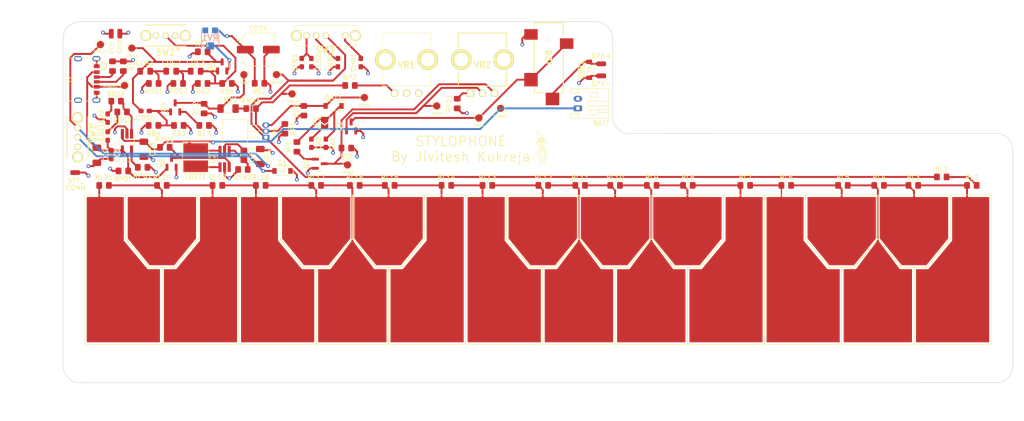
<source format=kicad_pcb>
(kicad_pcb (version 20211014) (generator pcbnew)
  (layers (0 "F.Cu" signal) (1 "In1.Cu" power "GND") (2 "In2.Cu" power "PWR") (31 "B.Cu" signal) (34 "B.Paste" user) (35 "F.Paste" user) (36 "B.SilkS" user "B.Silkscreen") (37 "F.SilkS" user "F.Silkscreen") (38 "B.Mask" user) (39 "F.Mask" user) (44 "Edge.Cuts" user))
  (net 0 "")
  (net 1 "GND")
  (net 2 "+5V")
  (net 3 "VDD")
  (net 4 "Net-(CA1-Pad1)")
  (net 5 "Net-(CA2-Pad1)")
  (net 6 "Net-(J6-Pad1)")
  (net 7 "Net-(J7-Pad1)")
  (net 8 "Net-(J8-Pad1)")
  (net 9 "Net-(J10-Pad1)")
  (net 10 "Net-(J11-Pad1)")
  (net 11 "Net-(J12-Pad1)")
  (net 12 "Net-(J13-Pad1)")
  (net 13 "Net-(J14-Pad1)")
  (net 14 "Net-(J15-Pad1)")
  (net 15 "Net-(J16-Pad1)")
  (net 16 "Net-(J17-Pad1)")
  (net 17 "Net-(J18-Pad1)")
  (net 18 "Net-(J20-Pad1)")
  (net 19 "Net-(J21-Pad1)")
  (net 20 "Net-(J23-Pad1)")
  (net 21 "Net-(J24-Pad1)")
  (net 22 "Net-(CHB1-Pad1)")
  (net 23 "RESISTOR_MODULE")
  (net 24 "Net-(J5-Pad1)")
  (net 25 "Net-(J9-Pad1)")
  (net 26 "Net-(CLB1-Pad2)")
  (net 27 "Net-(CMB1-Pad1)")
  (net 28 "Net-(J19-Pad1)")
  (net 29 "Net-(J22-Pad1)")
  (net 30 "Net-(CMX1-Pad1)")
  (net 31 "Net-(CMX1-Pad2)")
  (net 32 "Net-(COS1-Pad1)")
  (net 37 "Net-(COS1-Pad2)")
  (net 38 "Net-(COS2-Pad2)")
  (net 39 "Net-(COS3-Pad2)")
  (net 40 "Net-(COS4-Pad1)")
  (net 41 "Net-(COS5-Pad2)")
  (net 42 "Net-(CC3-Pad1)")
  (net 43 "Net-(DFB1-Pad1)")
  (net 44 "Net-(J1-PadA5)")
  (net 45 "Net-(J1-PadB5)")
  (net 46 "Net-(Q2-Pad1)")
  (net 47 "Net-(Q2-Pad3)")
  (net 48 "Net-(Q3-Pad1)")
  (net 49 "Net-(Q4-Pad2)")
  (net 50 "Net-(Q5-Pad2)")
  (net 51 "Net-(RFD1-Pad2)")
  (net 52 "Net-(RL1-Pad2)")
  (net 53 "VIB_SIG")
  (net 54 "Net-(RP2-Pad2)")
  (net 55 "Net-(CC4-Pad1)")
  (net 60 "Net-(DAT1-Pad2)")
  (net 61 "Net-(D1-Pad2)")
  (net 62 "Net-(LBST1-Pad2)")
  (net 63 "Net-(Q6-Pad3)")
  (net 64 "Net-(RBS1-Pad2)")
  (net 65 "Net-(RFB1-Pad2)")
  (net 66 "Net-(RPG1-Pad1)")
  (net 67 "Net-(LED1-Pad1)")
  (net 68 "Net-(LED2-Pad2)")
  (net 69 "Net-(J28-Pad2)")
  (footprint "Connector_Wire:SolderWirePad_1x01_SMD_1x2mm" (layer "F.Cu") (at 134.124874 94.25 90)
    (fp_text reference "J25" hide)
    (fp_text value "Conn_01x01_Female")
  )
  (footprint "Stylophone_Lib:Note-Sharp" (layer "F.Cu") (at 75 129)
    (fp_text reference "J9" hide)
    (fp_text value "Conn_01x01_Female")
  )
  (footprint "Stylophone_Lib:Note-Right" (layer "F.Cu") (at 98 137)
    (fp_text reference "J12" hide)
    (fp_text value "Conn_01x01_Female")
  )
  (footprint "Resistor_SMD:R_0805_2012Metric_Pad1.20x1.40mm_HandSolder" (layer "F.Cu") (at 68.5 107.75 90)
    (fp_text reference "RP1")
    (fp_text value "2.2k")
  )
  (footprint "OS102011MA1QN1:OS102011MA1QN1" (layer "F.Cu") (at 43.75 88.39636 180)
    (fp_text reference "SW2")
    (fp_text value "SW_SPDT" hide)
  )
  (footprint "TestPoint:TestPoint_Pad_D1.5mm" (layer "F.Cu") (at 60 96.5 180)
    (fp_text reference "TPOS2")
    (fp_text value "TestPoint")
  )
  (footprint "Resistor_SMD:R_0805_2012Metric_Pad1.20x1.40mm_HandSolder" (layer "F.Cu") (at 211 119.5 180)
    (fp_text reference "RL2")
    (fp_text value "2.2k")
  )
  (footprint "Resistor_SMD:R_0805_2012Metric_Pad1.20x1.40mm_HandSolder" (layer "F.Cu") (at 198.845 119.5 180)
    (fp_text reference "RL3")
    (fp_text value "2.2k")
  )
  (footprint "Resistor_SMD:R_0805_2012Metric_Pad1.20x1.40mm_HandSolder" (layer "F.Cu") (at 204.75 117.75)
    (fp_text reference "RL1")
    (fp_text value "39k")
  )
  (footprint "Capacitor_SMD:C_1206_3216Metric_Pad1.33x1.80mm_HandSolder" (layer "F.Cu") (at 56.72 103.55)
    (fp_text reference "CMX1")
    (fp_text value "10u")
  )
  (footprint "Resistor_SMD:R_0805_2012Metric_Pad1.20x1.40mm_HandSolder" (layer "F.Cu") (at 63.5 119.5)
    (fp_text reference "RL18")
    (fp_text value "5.6k")
  )
  (footprint "Package_TO_SOT_SMD:SOT-23" (layer "F.Cu") (at 55.5 94.8 90)
    (fp_text reference "Q4")
    (fp_text value "MMBT3904L")
  )
  (footprint "Resistor_SMD:R_0805_2012Metric_Pad1.20x1.40mm_HandSolder" (layer "F.Cu") (at 137 119.5 180)
    (fp_text reference "RL10")
    (fp_text value "3.9k")
  )
  (footprint "LED_SMD:LED_0603_1608Metric_Pad1.05x0.95mm_HandSolder" (layer "F.Cu") (at 31.75 105.54 90)
    (fp_text reference "LED2")
    (fp_text value "Green")
  )
  (footprint "Stylophone_Lib:Note-Right" (layer "F.Cu") (at 160 137)
    (fp_text reference "J20" hide)
    (fp_text value "Conn_01x01_Female")
  )
  (footprint "Connector_Wire:SolderWirePad_1x01_SMD_1x2mm" (layer "F.Cu") (at 34.27 88 180)
    (fp_text reference "J3" hide)
    (fp_text value "Conn_01x01_Female")
  )
  (footprint "Package_TO_SOT_SMD:SOT-23" (layer "F.Cu") (at 82.25 107.25 90)
    (fp_text reference "Q3")
    (fp_text value "TP0610T")
  )
  (footprint "MountingHole:MountingHole_2.7mm_M2.5" (layer "F.Cu") (at 216 156.98)
    (fp_text reference "H3" hide)
    (fp_text value "MountingHole")
  )
  (footprint "Resistor_SMD:R_0805_2012Metric_Pad1.20x1.40mm_HandSolder" (layer "F.Cu") (at 122.095 119.5)
    (fp_text reference "RL12")
    (fp_text value "3.9k")
  )
  (footprint "Resistor_SMD:R_0805_2012Metric_Pad1.20x1.40mm_HandSolder" (layer "F.Cu") (at 184.25 119.5 180)
    (fp_text reference "RL5")
    (fp_text value "2.7k")
  )
  (footprint "Resistor_SMD:R_0805_2012Metric_Pad1.20x1.40mm_HandSolder" (layer "F.Cu") (at 39 115.75)
    (fp_text reference "RPG1")
    (fp_text value "2.2k")
  )
  (footprint "Package_TO_SOT_SMD:SOT-23" (layer "F.Cu") (at 45.75 103.3 90)
    (fp_text reference "Q5")
    (fp_text value "MMBT3904L")
  )
  (footprint "Resistor_SMD:R_0805_2012Metric_Pad1.20x1.40mm_HandSolder" (layer "F.Cu") (at 102 119.5)
    (fp_text reference "RL14")
    (fp_text value "4.7k")
  )
  (footprint "Resistor_SMD:R_0805_2012Metric_Pad1.20x1.40mm_HandSolder" (layer "F.Cu") (at 35 116.5 180)
    (fp_text reference "RPD1")
    (fp_text value "10k")
  )
  (footprint "TestPoint:TestPoint_Pad_D1.5mm" (layer "F.Cu") (at 66.75 96.5 180)
    (fp_text reference "TPCAP1")
    (fp_text value "TestPoint")
  )
  (footprint "TestPoint:TestPoint_Pad_D1.5mm" (layer "F.Cu") (at 100 103 180)
    (fp_text reference "TPVO3")
    (fp_text value "TestPoint")
  )
  (footprint "SJ2-3593B-SMT-TR:SJ23593BSMTTR" (layer "F.Cu") (at 123.25 93 -90)
    (fp_text reference "J28")
    (fp_text value "AudioJack2_Ground_SwitchT" hide)
  )
  (footprint "Stylophone_Lib:Note-Sharp" (layer "F.Cu") (at 152 129)
    (fp_text reference "J21" hide)
    (fp_text value "Conn_01x01_Female")
  )
  (footprint "Stylophone_Lib:Note-Sharp" (layer "F.Cu") (at 43 129)
    (fp_text reference "J6" hide)
    (fp_text value "Conn_01x01_Female")
  )
  (footprint "Capacitor_SMD:C_0603_1608Metric_Pad1.08x0.95mm_HandSolder" (layer "F.Cu") (at 77 110.75 -90)
    (fp_text reference "CA1")
    (fp_text value "10n")
  )
  (footprint "Stylophone_Lib:Note-Right" (layer "F.Cu") (at 51 137)
    (fp_text reference "J7" hide)
    (fp_text value "Conn_01x01_Female")
  )
  (footprint "Resistor_SMD:R_0805_2012Metric_Pad1.20x1.40mm_HandSolder" (layer "F.Cu") (at 191.75 119.5 180)
    (fp_text reference "RL4")
    (fp_text value "2.7k")
  )
  (footprint "Resistor_SMD:R_0805_2012Metric_Pad1.20x1.40mm_HandSolder" (layer "F.Cu") (at 72.4375 104 90)
    (fp_text reference "RD1")
    (fp_text value "47")
  )
  (footprint "MountingHole:MountingHole_2.7mm_M2.5" (layer "F.Cu") (at 26 157)
    (fp_text reference "H2" hide)
    (fp_text value "MountingHole")
  )
  (footprint "Resistor_SMD:R_0805_2012Metric_Pad1.20x1.40mm_HandSolder" (layer "F.Cu") (at 51.75 107.05)
    (fp_text reference "RE3")
    (fp_text value "5.6k")
  )
  (footprint "Package_TO_SOT_SMD:SOT-23" (layer "F.Cu") (at 75.75 115)
    (fp_text reference "Q2")
    (fp_text value "MMBT3904L")
  )
  (footprint "Connector_Wire:SolderWirePad_1x01_SMD_1x2mm" (layer "F.Cu") (at 134.124874 96.75 90)
    (fp_text reference "J26" hide)
    (fp_text value "Conn_01x01_Female")
  )
  (footprint "Resistor_SMD:R_0805_2012Metric_Pad1.20x1.40mm_HandSolder" (layer "F.Cu") (at 41.25 107.05 180)
    (fp_text reference "RB4")
    (fp_text value "390k")
  )
  (footprint "Stylophone_Lib:Note-Center" (layer "F.Cu") (at 191.5 136.99)
    (fp_text reference "J17" hide)
    (fp_text value "Conn_01x01_Female")
  )
  (footprint "Resistor_SMD:R_0805_2012Metric_Pad1.20x1.40mm_HandSolder" (layer "F.Cu") (at 46.5 107.05 180)
    (fp_text reference "RB3")
    (fp_text value "820k")
  )
  (footprint "Capacitor_SMD:C_0603_1608Metric_Pad1.08x0.95mm_HandSolder" (layer "F.Cu") (at 74 110.75 -90)
    (fp_text reference "CA2")
    (fp_text value "10n")
  )
  (footprint "Capacitor_SMD:C_1206_3216Metric_Pad1.33x1.80mm_HandSolder" (layer "F.Cu") (at 63.4 113.5 90)
    (fp_text reference "CC4")
    (fp_text value "10u")
  )
  (footprint "Resistor_SMD:R_0805_2012Metric_Pad1.20x1.40mm_HandSolder" (layer "F.Cu") (at 41.3 98.33 180)
    (fp_text reference "ROS1")
    (fp_text value "12k")
  )
  (footprint "PTV09A-4025F-B102:PTV09A4025FB102" (layer "F.Cu") (at 91.25 100.375)
    (fp_text reference "VR1")
    (fp_text value "PTV09A-4025F-B102" hide)
  )
  (footprint "Capacitor_SMD:C_1206_3216Metric_Pad1.33x1.80mm_HandSolder" (layer "F.Cu") (at 39.25 112 -90)
    (fp_text reference "CC3")
    (fp_text value "10u")
  )
  (footprint "Diode_SMD:D_SOD-123" (layer "F.Cu") (at 78.6 103 180)
    (fp_text reference "DAT1")
    (fp_text value "D_Schottky")
  )
  (footprint "Capacitor_SMD:C_0603_1608Metric_Pad1.08x0.95mm_HandSolder" (layer "F.Cu") (at 79.5 94 -90)
    (fp_text reference "CMB1")
    (fp_text value "100n")
  )
  (footprint "Stylophone_Lib:Note-Center" (layer "F.Cu") (at 129.5 137)
    (fp_text reference "J24" hide)
    (fp_text value "Conn_01x01_Female")
  )
  (footprint "Stylophone_Lib:Note-Center" (layer "F.Cu") (at 144.5 137)
    (fp_text reference "J22" hide)
    (fp_text value "Conn_01x01_Female")
  )
  (footprint "Resistor_SMD:R_0805_2012Metric_Pad1.20x1.40mm_HandSolder" (layer "F.Cu") (at 172.5 119.5 180)
    (fp_text reference "RL6")
    (fp_text value "3.3k")
  )
  (footprint "Resistor_SMD:R_0805_2012Metric_Pad1.20x1.40mm_HandSolder" (layer "F.Cu") (at 35 94.75 90)
    (fp_text reference "R1")
    (fp_text value "5.1k")
  )
  (footprint "Resistor_SMD:R_0805_2012Metric_Pad1.20x1.40mm_HandSolder" (layer "F.Cu") (at 152.095 119.5 180)
    (fp_text reference "RL8")
    (fp_text value "3.3k")
  )
  (footprint "Stylophone_Lib:Note-Sharp" (layer "F.Cu") (at 199 129)
    (fp_text reference "J16" hide)
    (fp_text value "Conn_01x01_Female")
  )
  (footprint "Capacitor_SMD:C_0805_2012Metric_Pad1.18x1.45mm_HandSolder" (layer "F.Cu") (at 39.528193 95.799856)
    (fp_text reference "COS1")
    (fp_text value "0.47u")
  )
  (footprint "Package_TO_SOT_SMD:TSOT-23-5_HandSoldering" (layer "F.Cu") (at 35.75 110.5 -90)
    (fp_text reference "U1")
    (fp_text value "MCP73831T-4ADI_OT")
  )
  (footprint "MountingHole:MountingHole_2.7mm_M2.5" (layer "F.Cu") (at 216 112.22)
    (fp_text reference "H4" hide)
    (fp_text value "MountingHole")
  )
  (footprint "TestPoint:TestPoint_Pad_D1.5mm" (layer "F.Cu") (at 85 101.25 180)
    (fp_text reference "TPVO1")
    (fp_text value "TestPoint")
  )
  (footprint "Capacitor_SMD:C_0603_1608Metric_Pad1.08x0.95mm_HandSolder" (layer "F.Cu") (at 32.5 113.1125 -90)
    (fp_text reference "CC1")
    (fp_text value "100n")
  )
  (footprint "Stylophone_Lib:Note-Center" (layer "F.Cu") (at 82.5 137)
    (fp_text reference "J10" hide)
    (fp_text value "Conn_01x01_Female")
  )
  (footprint "TestPoint:TestPoint_Pad_D1.5mm" (layer "F.Cu") (at 81.5 115.25 180)
    (fp_text reference "TPVO2")
    (fp_text value "TestPoint")
  )
  (footprint "Capacitor_SMD:C_0603_1608Metric_Pad1.08x0.95mm_HandSolder" (layer "F.Cu") (at 39.528193 104.05)
    (fp_text reference "COS5")
    (fp_text value "100n")
  )
  (footprint "Resistor_SMD:R_0805_2012Metric_Pad1.20x1.40mm_HandSolder" (layer "F.Cu") (at 90.25 119.5)
    (fp_text reference "RL15")
    (fp_text value "4.7k")
  )
  (footprint "Stylophone_Lib:Note-Left" (layer "F.Cu") (at 176 137)
    (fp_text reference "J19" hide)
    (fp_text value "Conn_01x01_Female")
  )
  (footprint "Package_TO_SOT_SMD:SOT-23" (layer "F.Cu") (at 45 114.8 90)
    (fp_text reference "Q6")
    (fp_text value "2N7002")
  )
  (footprint "Resistor_SMD:R_0805_2012Metric_Pad1.20x1.40mm_HandSolder" (layer "F.Cu") (at 33.5 102)
    (fp_text reference "RBS1")
    (fp_text value "220")
  )
  (footprint "Stylophone_Lib:Note-Sharp" (layer "F.Cu") (at 122 129)
    (fp_text reference "J14" hide)
    (fp_text value "Conn_01x01_Female")
  )
  (footprint "MountingHole:MountingHole_2.7mm_M2.5" (layer "F.Cu") (at 132.974874 89)
    (fp_text reference "H6" hide)
    (fp_text value "MountingHole")
  )
  (footprint "OS102011MA1QN1:OS102011MA1QN1" (layer "F.Cu") (at 25.5 109.5 -90)
    (fp_text reference "SW1")
    (fp_text value "SW_SPDT" hide)
  )
  (footprint "Resistor_SMD:R_0805_2012Metric_Pad1.20x1.40mm_HandSolder" (layer "F.Cu") (at 61.5 103.55)
    (fp_text reference "RMX1")
    (fp_text value "2.2k")
  )
  (footprint "PTV09A-4025F-A103:PTV09A4025FA103" (layer "F.Cu") (at 107 100.375)
    (fp_text reference "VR2")
    (fp_text value "PTV09A-4025F-A103" hide)
  )
  (footprint "TestPoint:TestPoint_Pad_D1.5mm" (layer "F.Cu") (at 35.25 98.75 180)
    (fp_text reference "TPVBUS1")
    (fp_text value "TestPoint")
  )
  (footprint "Resistor_SMD:R_0805_2012Metric_Pad1.20x1.40mm_HandSolder" (layer "F.Cu") (at 75 119.5)
    (fp_text reference "RL17")
    (fp_text value "5.6k")
  )
  (footprint "Package_TO_SOT_THT:TO-92_Inline_Horizontal2" (layer "F.Cu") (at 64.57 109.52 90)
    (fp_text reference "Q1")
    (fp_text value "2N6027")
  )
  (footprint "Resistor_SMD:R_0805_2012Metric_Pad1.20x1.40mm_HandSolder" (layer "F.Cu") (at 54.5 119.5)
    (fp_text reference "RL19")
    (fp_text value "6.8k")
  )
  (footprint "TestPoint:TestPoint_Pad_D1.5mm" (layer "F.Cu") (at 36.75 91 180)
    (fp_text reference "TPOS1")
    (fp_text value "TestPoint")
  )
  (footprint "Stylophone_Lib:Note-Right" (layer "F.Cu") (at 207 137)
    (fp_text reference "J15" hide)
    (fp_text value "Conn_01x01_Female")
  )
  (footprint "74408053004:74408053004_5030" (layer "F.Cu") (at 50 113.75)
    (fp_text reference "LBST1")
    (fp_text value "4.7u")
  )
  (footprint "Resistor_SMD:R_0805_2012Metric_Pad1.20x1.40mm_HandSolder" (layer "F.Cu") (at 34.75 104.25)
    (fp_text reference "RBS2")
    (fp_text value "220")
  )
  (footprint "Resistor_SMD:R_0805_2012Metric_Pad1.20x1.40mm_HandSolder" (layer "F.Cu") (at 46.38 98.33 180)
    (fp_text reference "ROS2")
    (fp_text value "12k")
  )
  (footprint "Capacitor_SMD:CP_Elec_6.3x7.7" (layer "F.Cu") (at 63 91.3)
    (fp_text reference "COS4")
    (fp_text value "220u")
  )
  (footprint "Resistor_SMD:R_0805_2012Metric_Pad1.20x1.40mm_HandSolder" (layer "F.Cu") (at 59.8 116.2 180)
    (fp_text reference "RFB2")
    (fp_text value "100k")
  )
  (footprint "OS103011MA7QP1:OS103011MA7QP1" (layer "F.Cu") (at 81 88.39636 180)
    (fp_text reference "SW3")
    (fp_text value "SW_SP3T" hide)
  )
  (footprint "Capacitor_SMD:C_1206_3216Metric_Pad1.33x1.80mm_HandSolder" (layer "F.Cu") (at 29.5 113.25 -90)
    (fp_text reference "CC2")
    (fp_text value "10u")
  )
  (footprint "Resistor_SMD:R_0805_2012Metric_Pad1.20x1.40mm_HandSolder" (layer "F.Cu") (at 104.25 102.5 90)
    (fp_text reference "RFD1")
    (fp_text value "2.7k")
  )
  (footprint "Diode_SMD:D_SOD-123" (layer "F.Cu") (at 131.624874 95.5 -90)
    (fp_text reference "DFB1")
    (fp_text value "D_Schottky")
  )
  (footprint "TestPoint:TestPoint_Pad_D1.5mm" (layer "F.Cu") (at 113.25 103.5 180)
    (fp_text reference "TPVBAT1")
    (fp_text value "TestPoint")
  )
  (footprint "Stylophone_Lib:Note-Left" (layer "F.Cu") (at 114 137)
    (fp_text reference "J13" hide)
    (fp_text value "Conn_01x01_Female")
  )
  (footprint "Capacitor_SMD:C_0805_2012Metric_Pad1.18x1.45mm_HandSolder" (layer "F.Cu") (at 50 95.79)
    (fp_text reference "COS3")
    (fp_text value "0.47u")
  )
  (footprint "Resistor_SMD:R_0805_2012Metric_Pad1.20x1.40mm_HandSolder" (layer "F.Cu") (at 43.6 111.6)
    (fp_text reference "RPU1")
    (fp_text value "12k")
  )
  (footprint "Resistor_SMD:R_0805_2012Metric_Pad1.20x1.40mm_HandSolder" (layer "F.Cu") (at 51.46 98.33 180)
    (fp_text reference "RB2")
    (fp_text value "18k")
  )
  (footprint "Resistor_SMD:R_0805_2012Metric_Pad1.20x1.40mm_HandSolder" (layer "F.Cu") (at 51.75 103.55 90)
    (fp_text reference "RC2")
    (fp_text value "12k")
  )
  (footprint "Connector_JST:JST_PH_S2B-PH-K_1x02_P2.00mm_Horizontal" (layer "F.Cu") (at 129.274874 103.5 90)
    (fp_text reference "J27" hide)
    (fp_text value "Conn_01x02_Female")
  )
  (footprint "Resistor_SMD:R_0805_2012Metric_Pad1.20x1.40mm_HandSolder" (layer "F.Cu") (at 83 119.5)
    (fp_text reference "RL16")
    (fp_text value "5.6k")
  )
  (footprint "Stylophone_Lib:Note-Left" (layer "F.Cu") (at 35 137)
    (fp_text reference "J5" hide)
    (fp_text value "Conn_01x01_Female")
  )
  (footprint "Capacitor_SMD:C_0603_1608Metric_Pad1.08x0.95mm_HandSolder" (layer "F.Cu") (at 74 94 -90)
    (fp_text reference "CLB2")
    (fp_text value "100n")
  )
  (footprint "Stylophone_Lib:Note-Sharp" (layer "F.Cu") (at 137 129)
    (fp_text reference "J23" hide)
    (fp_text value "Conn_01x01_Female")
  )
  (footprint "Resistor_SMD:R_0805_2012Metric_Pad1.20x1.40mm_HandSolder" (layer "F.Cu") (at 60 113.25 -90)
    (fp_text reference "RFB1")
    (fp_text value "900k")
  )
  (footprint "LED_SMD:LED_0603_1608Metric_Pad1.05x0.95mm_HandSolder" (layer "F.Cu") (at 31.75 109.25 -90)
    (fp_text reference "LED1")
    (fp_text value "Red")
  )
  (footprint "Connector_Wire:SolderWirePad_1x01_SMD_1x2mm" (layer "F.Cu") (at 25 116.84 -90)
    (fp_text reference "J4" hide)
    (fp_text value "Conn_01x01_Female")
  )
  (footprint "Resistor_SMD:R_0805_2012Metric_Pad1.20x1.40mm_HandSolder" (layer "F.Cu") (at 56.5 98.33 180)
    (fp_text reference "RB1")
    (fp_text value "68k")
  )
  (footprint "Capacitor_SMD:C_0805_2012Metric_Pad1.18x1.45mm_HandSolder" (layer "F.Cu") (at 44.92 95.79)
    (fp_text reference "COS2")
    (fp_text value "0.47u")
  )
  (footprint "Resistor_SMD:R_0805_2012Metric_Pad1.20x1.40mm_HandSolder" (layer "F.Cu") (at 81.25 111.75 180)
    (fp_text reference "RI2")
    (fp_text value "2.2k")
  )
  (footprint "Resistor_SMD:R_0805_2012Metric_Pad1.20x1.40mm_HandSolder" (layer "F.Cu") (at 31 119.5)
    (fp_text reference "RL21")
    (fp_text value "8.2k")
  )
  (footprint "Resistor_SMD:R_0805_2012Metric_Pad1.20x1.40mm_HandSolder" (layer "F.Cu") (at 82 98.75)
    (fp_text reference "RP2")
    (fp_text value "1.8k")
  )
  (footprint "Diode_SMD:D_SOD-123" (layer "F.Cu") (at 68 116.5 180)
    (fp_text reference "D1")
    (fp_text value "D_Schottky")
  )
  (footprint "Resistor_SMD:R_0805_2012Metric_Pad1.20x1.40mm_HandSolder" (layer "F.Cu") (at 164 119.5 180)
    (fp_text reference "RL7")
    (fp_text value "3.3k")
  )
  (footprint "Capacitor_SMD:C_0603_1608Metric_Pad1.08x0.95mm_HandSolder" (layer "F.Cu") (at 84.25 94 -90)
    (fp_text reference "CHB1")
    (fp_text value "47n")
  )
  (footprint "MountingHole:MountingHole_2.7mm_M2.5" (layer "F.Cu") (at 132.974874 112.22)
    (fp_text reference "H5" hide)
    (fp_text value "MountingHole")
  )
  (footprint "TestPoint:TestPoint_Pad_D1.5mm" (layer "F.Cu") (at 108.75 105.5 180)
    (fp_text reference "TPVO4")
    (fp_text value "TestPoint")
  )
  (footprint "TestPoint:TestPoint_Pad_D1.5mm" (layer "F.Cu") (at 70 100.5 180)
    (fp_text reference "TPMX1")
    (fp_text value "TestPoint")
  )
  (footprint "Stylophone_Lib:Note-Sharp" (layer "F.Cu") (at 184 129)
    (fp_text reference "J18" hide)
    (fp_text value "Conn_01x01_Female")
  )
  (footprint "TestPoint:TestPoint_Pad_D1.5mm" (layer "F.Cu") (at 30.25 90.25 180)
    (fp_text reference "TPVCC1")
    (fp_text value "TestPoint")
  )
  (footprint "Capacitor_SMD:C_0603_1608Metric_Pad1.08x0.95mm_HandSolder" (layer "F.Cu") (at 72 94 90)
    (fp_text reference "CLB1")
    (fp_text value "100n")
  )
  (footprint "Resistor_SMD:R_0805_2012Metric_Pad1.20x1.40mm_HandSolder" (layer "F.Cu") (at 63.25 98.3)
    (fp_text reference "RE2")
    (fp_text value "2.2k")
  )
  (footprint "Resistor_SMD:R_0805_2012Metric_Pad1.20x1.40mm_HandSolder" (layer "F.Cu") (at 51.46 91.75)
    (fp_text reference "RC1")
    (fp_text value "6.8k")
  )
  (footprint "Resistor_SMD:R_0805_2012Metric_Pad1.20x1.40mm_HandSolder" (layer "F.Cu") (at 144.595 119.5 180)
    (fp_text reference "RL9")
    (fp_text value "3.3k")
  )
  (footprint "Connector_Wire:SolderWirePad_1x01_SMD_1x2mm" (layer "F.Cu") (at 32.5 88 180)
    (fp_text reference "J2" hide)
    (fp_text value "Conn_01x01_Female")
  )
  (footprint "MountingHole:MountingHole_2.7mm_M2.5" (layer "F.Cu") (at 26 89)
    (fp_text reference "H1" hide)
    (fp_text value "MountingHole")
  )
  (footprint "Jumper:SolderJumper-2_P1.3mm_Open_TrianglePad1.0x1.5mm" (layer "F.Cu") (at 76.75 106.5 -90)
    (fp_text reference "JP1")
    (fp_text value "SolderJumper_2_Open")
  )
  (footprint "Package_TO_SOT_SMD:TSOT-23-6_HandSoldering" (layer "F.Cu") (at 56 114 90)
    (fp_text reference "U2")
    (fp_text value "DIO6305B")
  )
  (footprint "LIB_GCT-USB4125-GF-A-190:GCTUSB4125GFA190" (layer "F.Cu") (at 23 97.5 -90)
    (fp_text reference "J1")
    (fp_text value "USB_C_Receptacle_USB2.0")
  )
  (footprint "Stylophone_Lib:Note-Sharp" (layer "F.Cu") (at 90 129)
    (fp_text reference "J11" hide)
    (fp_text value "Conn_01x01_Female")
  )
  (footprint "Resistor_SMD:R_0805_2012Metric_Pad1.20x1.40mm_HandSolder" (layer "F.Cu") (at 129.75 119.5 180)
    (fp_text reference "RL11")
    (fp_text value "3.9k")
  )
  (footprint "Resistor_SMD:R_0805_2012Metric_Pad1.20x1.40mm_HandSolder" (layer "F.Cu") (at 110.5 119.5)
    (fp_text reference "RL13")
    (fp_text value "4.7k")
  )
  (footprint "Resistor_SMD:R_0805_2012Metric_Pad1.20x1.40mm_HandSolder" (layer "F.Cu") (at 32.75 94.75 90)
    (fp_text reference "R2")
    (fp_text value "5.1k")
  )
  (footprint "LOGO" (layer "F.Cu") (at 121.5 111.75)
    (fp_text reference "G1" hide)
    (fp_text value "LOGO" hide)
  )
  (footprint "Resistor_SMD:R_0805_2012Metric_Pad1.20x1.40mm_HandSolder" (layer "F.Cu") (at 71 111.5 -90)
    (fp_text reference "RI1")
    (fp_text value "39k")
  )
  (footprint "Resistor_SMD:R_0805_2012Metric_Pad1.20x1.40mm_HandSolder" (layer "F.Cu") (at 43 119.5)
    (fp_text reference "RL20")
    (fp_text value "5.6k")
  )
  (footprint "Stylophone_Lib:Note-Left" (layer "F.Cu") (at 67 137)
    (fp_text reference "J8" hide)
    (fp_text value "Conn_01x01_Female")
  )
  (footprint "TC33X-2-101E:TC33X2503E" (layer "B.Cu") (at 53 89)
    (fp_text reference "RV1")
    (fp_text value "R_Potentiometer_Trim(100)" hide)
  )
  (gr_line (start 26 85.5) (end 132.974874 85.5) (layer "Edge.Cuts") (width 0.1))
  (gr_arc (start 22.5 89) (mid 23.525126 86.525126) (end 26 85.5) (layer "Edge.Cuts") (width 0.1))
  (gr_line (start 216 160.48) (end 26 160.5) (layer "Edge.Cuts") (width 0.1))
  (gr_line (start 216 108.72) (end 139.974874 108.74) (layer "Edge.Cuts") (width 0.1))
  (gr_arc (start 219.5 156.98) (mid 218.474874 159.454874) (end 216 160.48) (layer "Edge.Cuts") (width 0.1))
  (gr_arc (start 139.974874 108.74) (mid 137.5 107.714874) (end 136.474874 105.24) (layer "Edge.Cuts") (width 0.1))
  (gr_arc (start 26 160.5) (mid 23.525126 159.474874) (end 22.5 157) (layer "Edge.Cuts") (width 0.1))
  (gr_line (start 136.474874 89) (end 136.474874 105.24) (layer "Edge.Cuts") (width 0.1))
  (gr_arc (start 216 108.72) (mid 218.474874 109.745126) (end 219.5 112.22) (layer "Edge.Cuts") (width 0.1))
  (gr_line (start 22.5 89) (end 22.5 157) (layer "Edge.Cuts") (width 0.1))
  (gr_arc (start 132.974874 85.5) (mid 135.449748 86.525126) (end 136.474874 89) (layer "Edge.Cuts") (width 0.1))
  (gr_line (start 219.5 156.98) (end 219.5 112.22) (layer "Edge.Cuts") (width 0.1))
  (gr_text "STYLOPHONE\nBy Jivitesh Kukreja" (at 105 111.95) (layer "F.SilkS") (effects (font (size 2 2) (thickness 0.2))))
  (segment (start 36.75 93.75) (end 37 93.5) (width 0.4) (layer "F.Cu") (net 1))
  (segment (start 46 117.8) (end 46 115.7875) (width 0.4) (layer "F.Cu") (net 1))
  (segment (start 57.2 118) (end 58.8 116.4) (width 0.4) (layer "F.Cu") (net 1))
  (segment (start 32.475 114) (end 32.5 113.975) (width 0.4) (layer "F.Cu") (net 1))
  (segment (start 85.75 95.75) (end 84.8625 94.8625) (width 0.4) (layer "F.Cu") (net 1))
  (segment (start 75.5 96.25) (end 75.5 95.75) (width 0.4) (layer "F.Cu") (net 1))
  (segment (start 35.77 88) (end 34.27 88) (width 0.4) (layer "F.Cu") (net 1))
  (segment (start 46 115.7875) (end 45.95 115.7375) (width 0.4) (layer "F.Cu") (net 1))
  (segment (start 29.48 93.26) (end 29.4 93.18) (width 0.4) (layer "F.Cu") (net 1))
  (segment (start 65 98.3) (end 64.25 98.3) (width 0.4) (layer "F.Cu") (net 1))
  (segment (start 33.25 108.5) (end 33.25 107.75) (width 0.4) (layer "F.Cu") (net 1))
  (segment (start 66 112.75) (end 65.4625 112.2125) (width 0.4) (layer "F.Cu") (net 1))
  (segment (start 132.024874 96.75) (end 134.124874 96.75) (width 0.4) (layer "F.Cu") (net 1))
  (segment (start 118.6 88.15) (end 119.55 88.15) (width 0.4) (layer "F.Cu") (net 1))
  (segment (start 65.4625 112.2125) (end 63.4 112.2125) (width 0.4) (layer "F.Cu") (net 1))
  (segment (start 35.239 107.25) (end 35.75 107.761) (width 0.4) (layer "F.Cu") (net 1))
  (segment (start 54.25 108.55) (end 54.25 107.8) (width 0.4) (layer "F.Cu") (net 1))
  (segment (start 36.02 87.75) (end 35.77 88) (width 0.4) (layer "F.Cu") (net 1))
  (segment (start 28.8125 115.5) (end 29.5 114.8125) (width 0.4) (layer "F.Cu") (net 1))
  (segment (start 73.25 116.5) (end 73.8 115.95) (width 0.4) (layer "F.Cu") (net 1))
  (segment (start 33.25 107.75) (end 33.75 107.25) (width 0.4) (layer "F.Cu") (net 1))
  (segment (start 40.4875 113.5375) (end 39.25 113.5375) (width 0.4) (layer "F.Cu") (net 1))
  (segment (start 29.48 101.74) (end 29.4 101.82) (width 0.4) (layer "F.Cu") (net 1))
  (segment (start 29.48 100.25) (end 29.48 101.74) (width 0.4) (layer "F.Cu") (net 1))
  (segment (start 64.25 92.75) (end 65.7 91.3) (width 0.4) (layer "F.Cu") (net 1))
  (segment (start 39.5 107.05) (end 40.25 107.05) (width 0.4) (layer "F.Cu") (net 1))
  (segment (start 29.48 94.75) (end 29.48 93.26) (width 0.4) (layer "F.Cu") (net 1))
  (segment (start 57 118) (end 57.2 118) (width 0.4) (layer "F.Cu") (net 1))
  (segment (start 40.75 115.75) (end 41.75 116.75) (width 0.4) (layer "F.Cu") (net 1))
  (segment (start 73.25 117) (end 73.25 116.5) (width 0.4) (layer "F.Cu") (net 1))
  (segment (start 65.5 100.05) (end 65.5 98.8) (width 0.4) (layer "F.Cu") (net 1))
  (segment (start 117.75 90.25) (end 117.75 89) (width 0.4) (layer "F.Cu") (net 1))
  (segment (start 70.9375 105.625) (end 71.5625 105) (width 0.4) (layer "F.Cu") (net 1))
  (segment (start 35 93.75) (end 36.75 93.75) (width 0.4) (layer "F.Cu") (net 1))
  (segment (start 29.8 105.8) (end 31.135 105.8) (width 0.4) (layer "F.Cu") (net 1))
  (segment (start 38.9 99.15) (end 39.72 98.33) (width 0.4) (layer "F.Cu") (net 1))
  (segment (start 54.25 107.8) (end 53.5 107.05) (width 0.4) (layer "F.Cu") (net 1))
  (segment (start 78.6375 94.8625) (end 79.5 94.8625) (width 0.4) (layer "F.Cu") (net 1))
  (segment (start 44.72 98.33) (end 45.38 98.33) (width 0.4) (layer "F.Cu") (net 1))
  (segment (start 77.75 95.75) (end 78.6375 94.8625) (width 0.4) (layer "F.Cu") (net 1))
  (segment (start 38.75 108.55) (end 38.75 107.8) (width 0.4) (layer "F.Cu") (net 1))
  (segment (start 65.5 98.8) (end 65 98.3) (width 0.4) (layer "F.Cu") (net 1))
  (segment (start 32.75 93.75) (end 35 93.75) (width 0.4) (layer "F.Cu") (net 1))
  (segment (start 41.2 114.25) (end 40.4875 113.5375) (width 0.4) (layer "F.Cu") (net 1))
  (segment (start 32.75 116.5) (end 34 116.5) (width 0.4) (layer "F.Cu") (net 1))
  (segment (start 71.3875 94.8625) (end 70.5 95.75) (width 0.4) (layer "F.Cu") (net 1))
  (segment (start 49.4 98.9) (end 49.4 100.07) (width 0.4) (layer "F.Cu") (net 1))
  (segment (start 38.9 100.05) (end 38.9 99.15) (width 0.4) (layer "F.Cu") (net 1))
  (segment (start 75.5 95.75) (end 74.6125 94.8625) (width 0.4) (layer "F.Cu") (net 1))
  (segment (start 27.75 115.5) (end 28.8125 115.5) (width 0.4) (layer "F.Cu") (net 1))
  (segment (start 56.6 118) (end 56 117.4) (width 0.4) (layer "F.Cu") (net 1))
  (segment (start 44.15 100.07) (end 44.15 98.9) (width 0.4) (layer "F.Cu") (net 1))
  (segment (start 64.25 98.3) (end 64.25 92.75) (width 0.4) (layer "F.Cu") (net 1))
  (segment (start 53.5 107.05) (end 52.75 107.05) (width 0.4) (layer "F.Cu") (net 1))
  (segment (start 78.5 112) (end 78.1125 111.6125) (width 0.4) (layer "F.Cu") (net 1))
  (segment (start 57 118) (end 56.6 118) (width 0.4) (layer "F.Cu") (net 1))
  (segment (start 130.6 97.15) (end 129.5 98.25) (width 0.4) (layer "F.Cu") (net 1))
  (segment (start 39.72 98.33) (end 40.3 98.33) (width 0.4) (layer "F.Cu") (net 1))
  (segment (start 70.9375 106.5) (end 70.9375 105.625) (width 0.4) (layer "F.Cu") (net 1))
  (segment (start 35.75 107.761) (end 35.75 108.79) (width 0.4) (layer "F.Cu") (net 1))
  (segment (start 29 105) (end 29.8 105.8) (width 0.4) (layer "F.Cu") (net 1))
  (segment (start 49.97 98.33) (end 49.4 98.9) (width 0.4) (layer "F.Cu") (net 1))
  (segment (start 33.75 107.25) (end 35.239 107.25) (width 0.4) (layer "F.Cu") (net 1))
  (segment (start 74.6125 94.8625) (end 74 94.8625) (width 0.4) (layer "F.Cu") (net 1))
  (segment (start 32.25 116) (end 32.75 116.5) (width 0.4) (layer "F.Cu") (net 1))
  (segment (start 131.624874 97.15) (end 132.024874 96.75) (width 0.4) (layer "F.Cu") (net 1))
  (segment (start 84.8625 94.8625) (end 84.25 94.8625) (width 0.4) (layer "F.Cu") (net 1))
  (segment (start 30.3125 114) (end 32.475 114) (width 0.4) (layer "F.Cu") (net 1))
  (segment (start 117.75 89) (end 118.6 88.15) (width 0.4) (layer "F.Cu") (net 1))
  (segment (start 73.8 115.95) (end 74.8125 115.95) (width 0.4) (layer "F.Cu") (net 1))
  (segment (start 44.15 98.9) (end 44.72 98.33) (width 0.4) (layer "F.Cu") (net 1))
  (segment (start 29.5 114.8125) (end 30.3125 114) (width 0.4) (layer "F.Cu") (net 1))
  (segment (start 131.624874 97.15) (end 130.6 97.15) (width 0.4) (layer "F.Cu") (net 1))
  (segment (start 38.75 107.8) (end 39.5 107.05) (width 0.4) (layer "F.Cu") (net 1))
  (segment (start 72 94.8625) (end 71.3875 94.8625) (width 0.4) (layer "F.Cu") (net 1))
  (segment (start 78.1125 111.6125) (end 77 111.6125) (width 0.4) (layer "F.Cu") (net 1))
  (segment (start 71.5625 105) (end 72.4375 105) (width 0.4) (layer "F.Cu") (net 1))
  (segment (start 85.75 96.25) (end 85.75 95.75) (width 0.4) (layer "F.Cu") (net 1))
  (segment (start 77.75 96.25) (end 77.75 95.75) (width 0.4) (layer "F.Cu") (net 1))
  (segment (start 58.8 116.4) (end 58.8 116.2) (width 0.4) (layer "F.Cu") (net 1))
  (segment (start 56 117.4) (end 56 115.71) (width 0.4) (layer "F.Cu") (net 1))
  (segment (start 74 111.6125) (end 77 111.6125) (width 0.4) (layer "F.Cu") (net 1))
  (segment (start 78.5 112.75) (end 78.5 112) (width 0.4) (layer "F.Cu") (net 1))
  (segment (start 50.46 98.33) (end 49.97 98.33) (width 0.4) (layer "F.Cu") (net 1))
  (segment (start 70.5 95.75) (end 70.5 96.25) (width 0.4) (layer "F.Cu") (net 1))
  (segment (start 40 115.75) (end 40.75 115.75) (width 0.4) (layer "F.Cu") (net 1))
  (segment (start 31.135 105.8) (end 31.75 106.415) (width 0.4) (layer "F.Cu") (net 1))
  (via (at 38.75 108.55) (size 0.8) (drill 0.4) (layers "F.Cu" "B.Cu") (net 1))
  (via (at 75.5 96.25) (size 0.8) (drill 0.4) (layers "F.Cu" "B.Cu") (net 1))
  (via (at 70.9375 106.5) (size 0.8) (drill 0.4) (layers "F.Cu" "B.Cu") (net 1))
  (via (at 57 118) (size 0.8) (drill 0.4) (layers "F.Cu" "B.Cu") (net 1))
  (via (at 70.5 96.25) (size 0.8) (drill 0.4) (layers "F.Cu" "B.Cu") (net 1))
  (via (at 85.75 96.25) (size 0.8) (drill 0.4) (layers "F.Cu" "B.Cu") (net 1))
  (via (at 36.02 87.75) (size 0.8) (drill 0.4) (layers "F.Cu" "B.Cu") (net 1))
  (via (at 41.2 114.25) (size 0.8) (drill 0.4) (layers "F.Cu" "B.Cu") (net 1))
  (via (at 66 112.75) (size 0.8) (drill 0.4) (layers "F.Cu" "B.Cu") (net 1))
  (via (at 37 93.5) (size 0.8) (drill 0.4) (layers "F.Cu" "B.Cu") (net 1))
  (via (at 73.25 117) (size 0.8) (drill 0.4) (layers "F.Cu" "B.Cu") (net 1))
  (via (at 54.25 108.55) (size 0.8) (drill 0.4) (layers "F.Cu" "B.Cu") (net 1))
  (via (at 44.15 100.07) (size 0.8) (drill 0.4) (layers "F.Cu" "B.Cu") (net 1))
  (via (at 27.75 115.5) (size 0.8) (drill 0.4) (layers "F.Cu" "B.Cu") (net 1))
  (via (at 77.75 96.25) (size 0.8) (drill 0.4) (layers "F.Cu" "B.Cu") (net 1))
  (via (at 33.25 108.5) (size 0.8) (drill 0.4) (layers "F.Cu" "B.Cu") (net 1))
  (via (at 49.4 100.07) (size 0.8) (drill 0.4) (layers "F.Cu" "B.Cu") (net 1))
  (via (at 129.5 98.25) (size 0.8) (drill 0.4) (layers "F.Cu" "B.Cu") (net 1))
  (via (at 29 105) (size 0.8) (drill 0.4) (layers "F.Cu" "B.Cu") (net 1))
  (via (at 32.25 116) (size 0.8) (drill 0.4) (layers "F.Cu" "B.Cu") (net 1))
  (via (at 38.9 100.05) (size 0.8) (drill 0.4) (layers "F.Cu" "B.Cu") (net 1))
  (via (at 117.75 90.25) (size 0.8) (drill 0.4) (layers "F.Cu" "B.Cu") (net 1))
  (via (at 65.5 100.05) (size 0.8) (drill 0.4) (layers "F.Cu" "B.Cu") (net 1))
  (via (at 46 117.8) (size 0.8) (drill 0.4) (layers "F.Cu" "B.Cu") (net 1))
  (via (at 41.75 116.75) (size 0.8) (drill 0.4) (layers "F.Cu" "B.Cu") (net 1))
  (via (at 78.5 112.75) (size 0.8) (drill 0.4) (layers "F.Cu" "B.Cu") (net 1))
  (segment (start 48.25 107.05) (end 47.5 107.05) (width 0.4) (layer "F.Cu") (net 2))
  (segment (start 49 107.8) (end 48.25 107.05) (width 0.4) (layer "F.Cu") (net 2))
  (segment (start 53.25 104.55) (end 51.75 104.55) (width 0.4) (layer "F.Cu") (net 2))
  (segment (start 67.25 109.5) (end 68 108.75) (width 0.4) (layer "F.Cu") (net 2))
  (segment (start 54 105.3) (end 53.25 104.55) (width 0.4) (layer "F.Cu") (net 2))
  (segment (start 84.75 108.75) (end 84.1875 108.1875) (width 0.4) (layer "F.Cu") (net 2))
  (segment (start 67.25 110.5) (end 67.25 109.5) (width 0.4) (layer "F.Cu") (net 2))
  (segment (start 32.5 88) (end 31.02 88) (width 0.4) (layer "F.Cu") (net 2))
  (segment (start 48.75 92.625) (end 49.325 92.05) (width 0.4) (layer "F.Cu") (net 2))
  (segment (start 105.25 104.5) (end 106.25 104.5) (width 0.4) (layer "F.Cu") (net 2))
  (segment (start 31.02 88) (end 30.77 87.75) (width 0.4) (layer "F.Cu") (net 2))
  (segment (start 27.75 117.5) (end 27.09 116.84) (width 0.4) (layer "F.Cu") (net 2))
  (segment (start 58.75 99.05) (end 58.03 98.33) (width 0.4) (layer "F.Cu") (net 2))
  (segment (start 58.03 98.33) (end 57.5 98.33) (width 0.4) (layer "F.Cu") (net 2))
  (segment (start 58.75 100.05) (end 58.75 99.05) (width 0.4) (layer "F.Cu") (net 2))
  (segment (start 84.1875 108.1875) (end 83.2 108.1875) (width 0.4) (layer "F.Cu") (net 2))
  (segment (start 49 108.55) (end 49 107.8) (width 0.4) (layer "F.Cu") (net 2))
  (segment (start 70.2 116.5) (end 69.65 116.5) (width 0.4) (layer "F.Cu") (net 2))
  (segment (start 71 118.3) (end 71 117.3) (width 0.4) (layer "F.Cu") (net 2))
  (segment (start 68 108.75) (end 68.5 108.75) (width 0.4) (layer "F.Cu") (net 2))
  (segment (start 83.5 112.5) (end 82.75 111.75) (width 0.4) (layer "F.Cu") (net 2))
  (segment (start 27.09 116.84) (end 25 116.84) (width 0.4) (layer "F.Cu") (net 2))
  (segment (start 82.75 111.75) (end 82.25 111.75) (width 0.4) (layer "F.Cu") (net 2))
  (segment (start 84.75 109.5) (end 84.75 108.75) (width 0.4) (layer "F.Cu") (net 2))
  (segment (start 71 117.3) (end 70.2 116.5) (width 0.4) (layer "F.Cu") (net 2))
  (segment (start 49.325 92.05) (end 50.46 92.05) (width 0.4) (layer "F.Cu") (net 2))
  (segment (start 83.5 113.5) (end 83.5 112.5) (width 0.4) (layer "F.Cu") (net 2))
  (segment (start 48.75 92.75) (end 48.75 92.625) (width 0.4) (layer "F.Cu") (net 2))
  (segment (start 104.25 103.5) (end 105.25 104.5) (width 0.4) (layer "F.Cu") (net 2))
  (via (at 48.75 92.75) (size 0.8) (drill 0.4) (layers "F.Cu" "B.Cu") (net 2))
  (via (at 106.25 104.5) (size 0.8) (drill 0.4) (layers "F.Cu" "B.Cu") (net 2))
  (via (at 83.5 113.5) (size 0.8) (drill 0.4) (layers "F.Cu" "B.Cu") (net 2))
  (via (at 58.75 100.05) (size 0.8) (drill 0.4) (layers "F.Cu" "B.Cu") (net 2))
  (via (at 67.25 110.5) (size 0.8) (drill 0.4) (layers "F.Cu" "B.Cu") (net 2))
  (via (at 84.75 109.5) (size 0.8) (drill 0.4) (layers "F.Cu" "B.Cu") (net 2))
  (via (at 71 118.3) (size 0.8) (drill 0.4) (layers "F.Cu" "B.Cu") (net 2))
  (via (at 54 105.3) (size 0.8) (drill 0.4) (layers "F.Cu" "B.Cu") (net 2))
  (via (at 30.77 87.75) (size 0.8) (drill 0.4) (layers "F.Cu" "B.Cu") (net 2))
  (via (at 49 108.55) (size 0.8) (drill 0.4) (layers "F.Cu" "B.Cu") (net 2))
  (via (at 27.75 117.5) (size 0.8) (drill 0.4) (layers "F.Cu" "B.Cu") (net 2))
  (segment (start 31.75 110.125) (end 31.75 111.5) (width 0.4) (layer "F.Cu") (net 3))
  (segment (start 34.8 112.21) (end 36 113.41) (width 0.4) (layer "F.Cu") (net 3))
  (segment (start 34.98 99.02) (end 35.25 98.75) (width 0.4) (layer "F.Cu") (net 3))
  (segment (start 44.05 115.95) (end 44.05 115.7375) (width 0.4) (layer "F.Cu") (net 3))
  (segment (start 36 113.41) (end 36 116.5) (width 0.4) (layer "F.Cu") (net 3))
  (segment (start 30 112.25) (end 27.5 109.75) (width 0.4) (layer "F.Cu") (net 3))
  (segment (start 27.5 109.75) (end 27.5 97.054279) (width 0.4) (layer "F.Cu") (net 3))
  (segment (start 42.2 117.8) (end 44.05 115.95) (width 0.4) (layer "F.Cu") (net 3))
  (segment (start 32.5 112.25) (end 30 112.25) (width 0.4) (layer "F.Cu") (net 3))
  (segment (start 27.5 98) (end 28.52 99.02) (width 0.4) (layer "F.Cu") (net 3))
  (segment (start 31.75 111.5) (end 32.5 112.25) (width 0.4) (layer "F.Cu") (net 3))
  (segment (start 27.5 97.054279) (end 28.574279 95.98) (width 0.4) (layer "F.Cu") (net 3))
  (segment (start 34.76 112.25) (end 30.0625 112.25) (width 0.4) (layer "F.Cu") (net 3))
  (segment (start 36 116.5) (end 37.3 117.8) (width 0.4) (layer "F.Cu") (net 3))
  (segment (start 30.0625 112.25) (end 29.5 111.6875) (width 0.4) (layer "F.Cu") (net 3))
  (segment (start 28.574279 95.98) (end 29.48 95.98) (width 0.4) (layer "F.Cu") (net 3))
  (segment (start 34.8 112.21) (end 34.76 112.25) (width 0.4) (layer "F.Cu") (net 3))
  (segment (start 28.52 99.02) (end 29.48 99.02) (width 0.4) (layer "F.Cu") (net 3))
  (segment (start 29.48 99.02) (end 34.98 99.02) (width 0.4) (layer "F.Cu") (net 3))
  (segment (start 37.3 117.8) (end 42.2 117.8) (width 0.4) (layer "F.Cu") (net 3))
  (segment (start 80 103) (end 78.75 104.25) (width 0.4) (layer "F.Cu") (net 4))
  (segment (start 76.75 105.775) (end 77.23125 105.775) (width 0.4) (layer "F.Cu") (net 4))
  (segment (start 71 110.5) (end 75.725 105.775) (width 0.4) (layer "F.Cu") (net 4))
  (segment (start 78.75 108.1375) (end 77 109.8875) (width 0.4) (layer "F.Cu") (net 4))
  (segment (start 75.725 105.775) (end 76.75 105.775) (width 0.4) (layer "F.Cu") (net 4))
  (segment (start 80.25 103) (end 80 103) (width 0.4) (layer "F.Cu") (net 4))
  (segment (start 78.75 104.25) (end 78.75 108.1375) (width 0.4) (layer "F.Cu") (net 4))
  (segment (start 77.23125 105.775) (end 78.75 104.25625) (width 0.4) (layer "F.Cu") (net 4))
  (segment (start 74 109.8875) (end 74 109.8625) (width 0.4) (layer "F.Cu") (net 5))
  (segment (start 74 109.8625) (end 76.6375 107.225) (width 0.4) (layer "F.Cu") (net 5))
  (segment (start 76.6375 107.225) (end 76.75 107.225) (width 0.4) (layer "F.Cu") (net 5))
  (segment (start 43 120.5) (end 43 129) (width 0.4) (layer "F.Cu") (net 6))
  (segment (start 42 119.5) (end 43 120.5) (width 0.4) (layer "F.Cu") (net 6))
  (segment (start 32 119.5) (end 42 119.5) (width 0.4) (layer "F.Cu") (net 6))
  (segment (start 44 119.5) (end 53.5 119.5) (width 0.4) (layer "F.Cu") (net 7))
  (segment (start 53.5 134.5) (end 51 137) (width 0.4) (layer "F.Cu") (net 7))
  (segment (start 53.5 119.5) (end 53.5 134.5) (width 0.4) (layer "F.Cu") (net 7))
  (segment (start 55.5 119.5) (end 62.5 119.5) (width 0.4) (layer "F.Cu") (net 8))
  (segment (start 62.5 132.5) (end 67 137) (width 0.4) (layer "F.Cu") (net 8))
  (segment (start 62.5 119.5) (end 62.5 132.5) (width 0.4) (layer "F.Cu") (net 8))
  (segment (start 76 119.5) (end 82 119.5) (width 0.4) (layer "F.Cu") (net 9))
  (segment (start 82 119.5) (end 82.5 120) (width 0.4) (layer "F.Cu") (net 9))
  (segment (start 82.5 120) (end 82.5 137) (width 0.4) (layer "F.Cu") (net 9))
  (segment (start 90 120.25) (end 90 129) (width 0.4) (layer "F.Cu") (net 10))
  (segment (start 89.25 119.5) (end 90 120.25) (width 0.4) (layer "F.Cu") (net 10))
  (segment (start 84 119.5) (end 89.25 119.5) (width 0.4) (layer "F.Cu") (net 10))
  (segment (start 101 119.5) (end 101 134) (width 0.4) (layer "F.Cu") (net 11))
  (segment (start 101 134) (end 98 137) (width 0.4) (layer "F.Cu") (net 11))
  (segment (start 101 119.5) (end 91.25 119.5) (width 0.4) (layer "F.Cu") (net 11))
  (segment (start 109.5 119.5) (end 103 119.5) (width 0.4) (layer "F.Cu") (net 12))
  (segment (start 109.5 119.5) (end 109.5 132.5) (width 0.4) (layer "F.Cu") (net 12))
  (segment (start 121.095 119.5) (end 111.5 119.5) (width 0.4) (layer "F.Cu") (net 13))
  (segment (start 122 120.405) (end 122 129) (width 0.4) (layer "F.Cu") (net 13))
  (segment (start 121.095 119.5) (end 122 120.405) (width 0.4) (layer "F.Cu") (net 13))
  (segment (start 210 119.5) (end 210 134) (width 0.4) (layer "F.Cu") (net 14))
  (segment (start 210 134) (end 207 137) (width 0.4) (layer "F.Cu") (net 14))
  (segment (start 210 119.5) (end 199.845 119.5) (width 0.4) (layer "F.Cu") (net 14))
  (segment (start 197.845 119.5) (end 199 120.655) (width 0.4) (layer "F.Cu") (net 15))
  (segment (start 199 120.655) (end 199 129) (width 0.4) (layer "F.Cu") (net 15))
  (segment (start 197.845 119.5) (end 192.75 119.5) (width 0.4) (layer "F.Cu") (net 15))
  (segment (start 190.75 119.5) (end 185.25 119.5) (width 0.4) (layer "F.Cu") (net 16))
  (segment (start 191.5 120.25) (end 191.5 136.99) (width 0.4) (layer "F.Cu") (net 16))
  (segment (start 190.75 119.5) (end 191.5 120.25) (width 0.4) (layer "F.Cu") (net 16))
  (segment (start 184 120.25) (end 184 129) (width 0.4) (layer "F.Cu") (net 17))
  (segment (start 183.25 119.5) (end 173.5 119.5) (width 0.4) (layer "F.Cu") (net 17))
  (segment (start 183.25 119.5) (end 184 120.25) (width 0.4) (layer "F.Cu") (net 17))
  (segment (start 163 119.5) (end 153.095 119.5) (width 0.4) (layer "F.Cu") (net 18))
  (segment (start 163 134) (end 160 137) (width 0.4) (layer "F.Cu") (net 18))
  (segment (start 163 119.5) (end 163 134) (width 0.4) (layer "F.Cu") (net 18))
  (segment (start 151.095 119.5) (end 145.595 119.5) (width 0.4) (layer "F.Cu") (net 19))
  (segment (start 152 120.405) (end 152 129) (width 0.4) (layer "F.Cu") (net 19))
  (segment (start 151.095 119.5) (end 152 120.405) (width 0.4) (layer "F.Cu") (net 19))
  (segment (start 136 119.5) (end 130.75 119.5) (width 0.4) (layer "F.Cu") (net 20))
  (segment (start 137 120.5) (end 137 129) (width 0.4) (layer "F.Cu") (net 20))
  (segment (start 136 119.5) (end 137 120.5) (width 0.4) (layer "F.Cu") (net 20))
  (segment (start 129.5 120.25) (end 129.5 137) (width 0.4) (layer "F.Cu") (net 21))
  (segment (start 128.75 119.5) (end 129.5 120.25) (width 0.4) (layer "F.Cu") (net 21))
  (segment (start 128.75 119.5) (end 123.095 119.5) (width 0.4) (layer "F.Cu") (net 21))
  (segment (start 84.25 93.1375) (end 84.25 92.75) (width 0.4) (layer "F.Cu") (net 22))
  (segment (start 81 89.5) (end 81 88.39636) (width 0.4) (layer "F.Cu") (net 22))
  (segment (start 84.25 92.75) (end 81 89.5) (width 0.4) (layer "F.Cu") (net 22))
  (segment (start 64.57 109.52) (end 64.345 109.52) (width 0.4) (layer "F.Cu") (net 23))
  (segment (start 61.573 102.860999) (end 62.933999 101.5) (width 0.4) (layer "F.Cu") (net 23))
  (segment (start 66.75 96.5) (end 68 96.5) (width 0.4) (layer "F.Cu") (net 23))
  (segment (start 62.933999 101.5) (end 65.5 101.5) (width 0.4) (layer "F.Cu") (net 23))
  (segment (start 61.573 106.748) (end 61.573 102.860999) (width 0.4) (layer "F.Cu") (net 23))
  (segment (start 64.57 109.57) (end 64.57 109.52) (width 0.4) (layer "F.Cu") (net 23))
  (segment (start 203.75 117.75) (end 72.75 117.75) (width 0.4) (layer "F.Cu") (net 23))
  (segment (start 81 95.25) (end 81 92.39636) (width 0.4) (layer "F.Cu") (net 23))
  (segment (start 81 92.39636) (end 77 88.39636) (width 0.4) (layer "F.Cu") (net 23))
  (segment (start 65.5 101.5) (end 69.25 97.75) (width 0.4) (layer "F.Cu") (net 23))
  (segment (start 78.5 97.75) (end 81 95.25) (width 0.4) (layer "F.Cu") (net 23))
  (segment (start 69.25 97.75) (end 78.5 97.75) (width 0.4) (layer "F.Cu") (net 23))
  (segment (start 68 96.5) (end 69.25 97.75) (width 0.4) (layer "F.Cu") (net 23))
  (segment (start 64.345 109.52) (end 61.573 106.748) (width 0.4) (layer "F.Cu") (net 23))
  (segment (start 69.5 97.75) (end 78.5 97.75) (width 0.4) (layer "F.Cu") (net 23))
  (segment (start 72.75 117.75) (end 64.57 109.57) (width 0.4) (layer "F.Cu") (net 23))
  (segment (start 30 132) (end 35 137) (width 0.4) (layer "F.Cu") (net 24))
  (segment (start 30 119.5) (end 30 132) (width 0.4) (layer "F.Cu") (net 24))
  (segment (start 74 119.5) (end 75 120.5) (width 0.4) (layer "F.Cu") (net 25))
  (segment (start 75 120.5) (end 75 129) (width 0.4) (layer "F.Cu") (net 25))
  (segment (start 64.5 119.5) (end 74 119.5) (width 0.4) (layer "F.Cu") (net 25))
  (segment (start 74 93.1375) (end 73 92.1375) (width 0.4) (layer "F.Cu") (net 26))
  (segment (start 73 92.1375) (end 73 88.39636) (width 0.4) (layer "F.Cu") (net 26))
  (segment (start 72 93.1375) (end 73 92.1375) (width 0.4) (layer "F.Cu") (net 26))
  (segment (start 75 89.25) (end 78.8875 93.1375) (width 0.4) (layer "F.Cu") (net 27))
  (segment (start 75 88.39636) (end 75 89.25) (width 0.4) (layer "F.Cu") (net 27))
  (segment (start 78.8875 93.1375) (end 79.5 93.1375) (width 0.4) (layer "F.Cu") (net 27))
  (segment (start 176 137) (end 171.5 132.5) (width 0.25) (layer "F.Cu") (net 28))
  (segment (start 171.5 119.5) (end 165 119.5) (width 0.4) (layer "F.Cu") (net 28))
  (segment (start 171.5 132.5) (end 171.5 119.5) (width 0.25) (layer "F.Cu") (net 28))
  (segment (start 143.595 119.5) (end 138 119.5) (width 0.4) (layer "F.Cu") (net 29))
  (segment (start 143.595 119.5) (end 144.5 120.405) (width 0.4) (layer "F.Cu") (net 29))
  (segment (start 144.5 137) (end 144.5 120.405) (width 0.4) (layer "F.Cu") (net 29))
  (segment (start 51.5625 102.3625) (end 51.75 102.55) (width 0.4) (layer "F.Cu") (net 30))
  (segment (start 59.25 101.25) (end 60 100.5) (width 0.4) (layer "F.Cu") (net 30))
  (segment (start 57.4575 101.25) (end 59.25 101.25) (width 0.4) (layer "F.Cu") (net 30))
  (segment (start 60 100.5) (end 60 96.5) (width 0.4) (layer "F.Cu") (net 30))
  (segment (start 45.75 102.3625) (end 51.5625 102.3625) (width 0.4) (layer "F.Cu") (net 30))
  (segment (start 51.75 102.55) (end 52.75 103.55) (width 0.4) (layer "F.Cu") (net 30))
  (segment (start 52.75 103.55) (end 55.1575 103.55) (width 0.4) (layer "F.Cu") (net 30))
  (segment (start 55.1575 103.55) (end 57.4575 101.25) (width 0.4) (layer "F.Cu") (net 30))
  (segment (start 58.2825 103.55) (end 60.5 103.55) (width 0.4) (layer "F.Cu") (net 31))
  (segment (start 41.8625 93.8625) (end 54.3125 93.8625) (width 0.4) (layer "F.Cu") (net 32))
  (segment (start 52.46 91.75) (end 52.46 92.01) (width 0.4) (layer "F.Cu") (net 32))
  (segment (start 38.490693 95.799856) (end 37 97.290549) (width 0.4) (layer "F.Cu") (net 32))
  (segment (start 38.490693 95.799856) (end 40.428049 93.8625) (width 0.4) (layer "F.Cu") (net 32))
  (segment (start 37 102.384307) (end 38.665693 104.05) (width 0.4) (layer "F.Cu") (net 32))
  (segment (start 39 91) (end 41.8625 93.8625) (width 0.4) (layer "F.Cu") (net 32))
  (segment (start 54.3125 93.8625) (end 55.5 93.8625) (width 0.4) (layer "F.Cu") (net 32))
  (segment (start 36.75 91) (end 39 91) (width 0.4) (layer "F.Cu") (net 32))
  (segment (start 37 97.290549) (end 37 102.384307) (width 0.4) (layer "F.Cu") (net 32))
  (segment (start 40.428049 93.8625) (end 54.3125 93.8625) (width 0.4) (layer "F.Cu") (net 32))
  (segment (start 52.46 92.01) (end 54.3125 93.8625) (width 0.4) (layer "F.Cu") (net 32))
  (segment (start 42.3 96.599712) (end 42.3 98.33) (width 0.4) (layer "F.Cu") (net 37))
  (segment (start 41.500144 95.799856) (end 43.872644 95.799856) (width 0.4) (layer "F.Cu") (net 37))
  (segment (start 41.500144 95.799856) (end 42.3 96.599712) (width 0.4) (layer "F.Cu") (net 37))
  (segment (start 43.872644 95.799856) (end 43.8825 95.79) (width 0.4) (layer "F.Cu") (net 37))
  (segment (start 41.500144 95.799856) (end 40.565693 95.799856) (width 0.4) (layer "F.Cu") (net 37))
  (segment (start 47.38 96.41) (end 47.38 98.33) (width 0.4) (layer "F.Cu") (net 38))
  (segment (start 46.76 95.79) (end 48.9625 95.79) (width 0.4) (layer "F.Cu") (net 38))
  (segment (start 45.9575 95.79) (end 46.76 95.79) (width 0.4) (layer "F.Cu") (net 38))
  (segment (start 46.76 95.79) (end 47.38 96.41) (width 0.4) (layer "F.Cu") (net 38))
  (segment (start 52.99 95.79) (end 54.03 96.83) (width 0.4) (layer "F.Cu") (net 39))
  (segment (start 51.0375 95.79) (end 51.99 95.79) (width 0.4) (layer "F.Cu") (net 39))
  (segment (start 55.5 98.33) (end 55.67 98.33) (width 0.4) (layer "F.Cu") (net 39))
  (segment (start 52.46 98.33) (end 54.03 98.33) (width 0.4) (layer "F.Cu") (net 39))
  (segment (start 55.75 90.5) (end 45.85364 90.5) (width 0.4) (layer "F.Cu") (net 39))
  (segment (start 54.03 98.33) (end 55.5 98.33) (width 0.4) (layer "F.Cu") (net 39))
  (segment (start 51.99 95.79) (end 52.99 95.79) (width 0.4) (layer "F.Cu") (net 39))
  (segment (start 45.85364 90.5) (end 43.75 88.39636) (width 0.4) (layer "F.Cu") (net 39))
  (segment (start 51.99 95.79) (end 54.4975 95.79) (width 0.4) (layer "F.Cu") (net 39))
  (segment (start 54.4975 95.79) (end 54.55 95.7375) (width 0.4) (layer "F.Cu") (net 39))
  (segment (start 58.25 93) (end 55.75 90.5) (width 0.4) (layer "F.Cu") (net 39))
  (segment (start 55.67 98.33) (end 58.25 95.75) (width 0.4) (layer "F.Cu") (net 39))
  (segment (start 54.03 96.83) (end 54.03 98.33) (width 0.4) (layer "F.Cu") (net 39))
  (segment (start 58.25 95.75) (end 58.25 93) (width 0.4) (layer "F.Cu") (net 39))
  (segment (start 60.3 91.3) (end 62.25 93.25) (width 0.4) (layer "F.Cu") (net 40))
  (segment (start 56.5 88.5) (end 57.5 88.5) (width 0.4) (layer "F.Cu") (net 40))
  (segment (start 57.5 88.5) (end 60.3 91.3) (width 0.4) (layer "F.Cu") (net 40))
  (segment (start 62.25 93.25) (end 62.25 98.3) (width 0.4) (layer "F.Cu") (net 40))
  (via (at 56.5 88.5) (size 0.8) (drill 0.4) (layers "F.Cu" "B.Cu") (net 40))
  (segment (start 54.8 87.3) (end 56 88.5) (width 0.4) (layer "B.Cu") (net 40))
  (segment (start 56 88.5) (end 56.5 88.5) (width 0.4) (layer "B.Cu") (net 40))
  (segment (start 54 87.3) (end 54.8 87.3) (width 0.4) (layer "B.Cu") (net 40))
  (segment (start 42 104.05) (end 44 106.05) (width 0.4) (layer "F.Cu") (net 41))
  (segment (start 40.390693 104.05) (end 42.25 104.05) (width 0.4) (layer "F.Cu") (net 41))
  (segment (start 44.6125 104.05) (end 44.8 104.2375) (width 0.4) (layer "F.Cu") (net 41))
  (segment (start 44 106.05) (end 44 107.05) (width 0.4) (layer "F.Cu") (net 41))
  (segment (start 42.25 104.05) (end 44.6125 104.05) (width 0.4) (layer "F.Cu") (net 41))
  (segment (start 42.25 107.05) (end 45.5 107.05) (width 0.4) (layer "F.Cu") (net 41))
  (segment (start 53.6 110.6) (end 53.4 110.4) (width 0.4) (layer "F.Cu") (net 42))
  (segment (start 39.4375 110.4375) (end 41 112) (width 0.4) (layer "F.Cu") (net 42))
  (segment (start 39.25 110.4375) (end 39.4375 110.4375) (width 0.4) (layer "F.Cu") (net 42))
  (segment (start 34.8 109.819) (end 35.231 110.25) (width 0.4) (layer "F.Cu") (net 42))
  (segment (start 42.2 112) (end 42.6 111.6) (width 0.4) (layer "F.Cu") (net 42))
  (segment (start 55.05 112.29) (end 50.565 112.29) (width 0.4) (layer "F.Cu") (net 42))
  (segment (start 34.8 108.79) (end 34.8 109.819) (width 0.4) (layer "F.Cu") (net 42))
  (segment (start 43.8 110.4) (end 48.425 110.4) (width 0.4) (layer "F.Cu") (net 42))
  (segment (start 43.8 110.4) (end 42.6 111.6) (width 0.4) (layer "F.Cu") (net 42))
  (segment (start 113.3 103.5) (end 129.274874 103.5) (width 0.4) (layer "F.Cu") (net 42))
  (segment (start 53.4 110.4) (end 48.425 110.4) (width 0.4) (layer "F.Cu") (net 42))
  (segment (start 50.565 112.29) (end 50.25 111.975) (width 0.4) (layer "F.Cu") (net 42))
  (segment (start 48.425 110.4) (end 50 111.975) (width 0.4) (layer "F.Cu") (net 42))
  (segment (start 39.0625 110.25) (end 39.25 110.4375) (width 0.4) (layer "F.Cu") (net 42))
  (segment (start 41 112) (end 42.2 112) (width 0.4) (layer "F.Cu") (net 42))
  (segment (start 35.231 110.25) (end 39.0625 110.25) (width 0.4) (layer "F.Cu") (net 42))
  (via (at 53.6 110.6) (size 0.8) (drill 0.4) (layers "F.Cu" "B.Cu") (net 42))
  (segment (start 53.8 110.4) (end 65.6 110.4) (width 0.4) (layer "B.Cu") (net 42))
  (segment (start 109 107.8) (end 113.3 103.5) (width 0.4) (layer "B.Cu") (net 42))
  (segment (start 68.2 107.8) (end 109 107.8) (width 0.4) (layer "B.Cu") (net 42))
  (segment (start 113.3 103.5) (end 129.274874 103.5) (width 0.4) (layer "B.Cu") (net 42))
  (segment (start 65.6 110.4) (end 68.2 107.8) (width 0.4) (layer "B.Cu") (net 42))
  (segment (start 53.6 110.6) (end 53.8 110.4) (width 0.4) (layer "B.Cu") (net 42))
  (segment (start 124 100.5) (end 130.65 93.85) (width 0.4) (layer "F.Cu") (net 43))
  (segment (start 130.65 93.85) (end 131.624874 93.85) (width 0.4) (layer "F.Cu") (net 43))
  (segment (start 132.024874 94.25) (end 134.124874 94.25) (width 0.4) (layer "F.Cu") (net 43))
  (segment (start 124 101.55) (end 124 100.5) (width 0.4) (layer "F.Cu") (net 43))
  (segment (start 131.624874 93.85) (end 132.024874 94.25) (width 0.4) (layer "F.Cu") (net 43))
  (segment (start 32.75 96.5) (end 32.75 95.75) (width 0.4) (layer "F.Cu") (net 44))
  (segment (start 29.48 97) (end 32.25 97) (width 0.4) (layer "F.Cu") (net 44))
  (segment (start 32.25 97) (end 32.75 96.5) (width 0.4) (layer "F.Cu") (net 44))
  (segment (start 35 96.5) (end 35 95.75) (width 0.4) (layer "F.Cu") (net 45))
  (segment (start 33.5 98) (end 35 96.5) (width 0.4) (layer "F.Cu") (net 45))
  (segment (start 29.48 98) (end 33.5 98) (width 0.4) (layer "F.Cu") (net 45))
  (segment (start 71 112.5) (end 72.55 114.05) (width 0.4) (layer "F.Cu") (net 46))
  (segment (start 72.55 114.05) (end 74.8125 114.05) (width 0.4) (layer "F.Cu") (net 46))
  (segment (start 81.25 115) (end 81.5 115.25) (width 0.4) (layer "F.Cu") (net 47))
  (segment (start 110.125 98.5) (end 112 100.375) (width 0.4) (layer "F.Cu") (net 47))
  (segment (start 80.25 106.004) (end 82.531 103.723) (width 0.4) (layer "F.Cu") (net 47))
  (segment (start 76.6875 115) (end 78.75 115) (width 0.4) (layer "F.Cu") (net 47))
  (segment (start 95.277 103.723) (end 100.5 98.5) (width 0.4) (layer "F.Cu") (net 47))
  (segment (start 78.75 115) (end 81.25 115) (width 0.4) (layer "F.Cu") (net 47))
  (segment (start 80.25 113.5) (end 80.25 106.004) (width 0.4) (layer "F.Cu") (net 47))
  (segment (start 78.75 115) (end 80.25 113.5) (width 0.4) (layer "F.Cu") (net 47))
  (segment (start 82.531 103.723) (end 95.277 103.723) (width 0.4) (layer "F.Cu") (net 47))
  (segment (start 100.5 98.5) (end 110.125 98.5) (width 0.4) (layer "F.Cu") (net 47))
  (segment (start 96.5 103.75) (end 101 99.25) (width 0.4) (layer "F.Cu") (net 48))
  (segment (start 96 104.25) (end 96.5 103.75) (width 0.4) (layer "F.Cu") (net 48))
  (segment (start 100 103) (end 97.25 103) (width 0.4) (layer "F.Cu") (net 48))
  (segment (start 95.75 104.5) (end 96 104.25) (width 0.4) (layer "F.Cu") (net 48))
  (segment (start 101 99.25) (end 108.375 99.25) (width 0.4) (layer "F.Cu") (net 48))
  (segment (start 97.25 103) (end 96 104.25) (width 0.4) (layer "F.Cu") (net 48))
  (segment (start 108.375 99.25) (end 109.5 100.375) (width 0.4) (layer "F.Cu") (net 48))
  (segment (start 82.65042 104.5) (end 95.75 104.5) (width 0.4) (layer "F.Cu") (net 48))
  (segment (start 97.25 103) (end 96.5 103.75) (width 0.4) (layer "F.Cu") (net 48))
  (segment (start 81.3 108.1875) (end 81.3 105.85042) (width 0.4) (layer "F.Cu") (net 48))
  (segment (start 81.3 105.85042) (end 82.65042 104.5) (width 0.4) (layer "F.Cu") (net 48))
  (segment (start 57 95.1875) (end 56.45 95.7375) (width 0.4) (layer "F.Cu") (net 49))
  (segment (start 57 93.5) (end 57 95.1875) (width 0.4) (layer "F.Cu") (net 49))
  (via (at 57 93.5) (size 0.8) (drill 0.4) (layers "F.Cu" "B.Cu") (net 49))
  (segment (start 57 93.5) (end 54.05 90.55) (width 0.4) (layer "B.Cu") (net 49))
  (segment (start 54.05 90.55) (end 53 90.55) (width 0.4) (layer "B.Cu") (net 49))
  (segment (start 47.9375 104.2375) (end 50.75 107.05) (width 0.4) (layer "F.Cu") (net 50))
  (segment (start 46.7 104.2375) (end 47.9375 104.2375) (width 0.4) (layer "F.Cu") (net 50))
  (segment (start 105.375 100.375) (end 107 100.375) (width 0.4) (layer "F.Cu") (net 51))
  (segment (start 104.25 101.5) (end 105.375 100.375) (width 0.4) (layer "F.Cu") (net 51))
  (segment (start 210.265679 117.765679) (end 212 119.5) (width 0.4) (layer "F.Cu") (net 52))
  (segment (start 205.765679 117.765679) (end 205.75 117.75) (width 0.25) (layer "F.Cu") (net 52))
  (segment (start 205.765679 117.765679) (end 210.265679 117.765679) (width 0.4) (layer "F.Cu") (net 52))
  (segment (start 80.5 98.75) (end 69.5 98.75) (width 0.4) (layer "F.Cu") (net 53))
  (segment (start 63.8 102.25) (end 62.5 103.55) (width 0.4) (layer "F.Cu") (net 53))
  (segment (start 64.57 108.25) (end 67 108.25) (width 0.4) (layer "F.Cu") (net 53))
  (segment (start 64 108.25) (end 64.57 108.25) (width 0.4) (layer "F.Cu") (net 53))
  (segment (start 62.5 106.75) (end 64 108.25) (width 0.4) (layer "F.Cu") (net 53))
  (segment (start 66 102.25) (end 63.8 102.25) (width 0.4) (layer "F.Cu") (net 53))
  (segment (start 70 100.5) (end 68 100.5) (width 0.4) (layer "F.Cu") (net 53))
  (segment (start 62.5 103.55) (end 62.5 106.75) (width 0.4) (layer "F.Cu") (net 53))
  (segment (start 67 108.25) (end 68.5 106.75) (width 0.4) (layer "F.Cu") (net 53))
  (segment (start 68 100.5) (end 67.875 100.375) (width 0.4) (layer "F.Cu") (net 53))
  (segment (start 67.875 100.375) (end 66 102.25) (width 0.4) (layer "F.Cu") (net 53))
  (segment (start 69.5 98.75) (end 67.875 100.375) (width 0.4) (layer "F.Cu") (net 53))
  (segment (start 83 98.75) (end 89.625 98.75) (width 0.4) (layer "F.Cu") (net 54))
  (segment (start 89.625 98.75) (end 91.25 100.375) (width 0.4) (layer "F.Cu") (net 54))
  (segment (start 56.287 110.963) (end 56 111.25) (width 0.4) (layer "F.Cu") (net 55))
  (segment (start 58.713 110.963) (end 56.287 110.963) (width 0.4) (layer "F.Cu") (net 55))
  (segment (start 24 106) (end 24 93) (width 0.4) (layer "F.Cu") (net 55))
  (segment (start 28.300252 92.199748) (end 30.25 90.25) (width 0.4) (layer "F.Cu") (net 55))
  (segment (start 64.5625 115.0625) (end 62.8125 115.0625) (width 0.4) (layer "F.Cu") (net 55))
  (segment (start 56 111.25) (end 56 112.29) (width 0.4) (layer "F.Cu") (net 55))
  (segment (start 65 115.5) (end 64.5625 115.0625) (width 0.4) (layer "F.Cu") (net 55))
  (segment (start 62.8125 115.0625) (end 60 112.25) (width 0.4) (layer "F.Cu") (net 55))
  (segment (start 24.800252 92.199748) (end 28.300252 92.199748) (width 0.4) (layer "F.Cu") (net 55))
  (segment (start 25.5 107.5) (end 24 106) (width 0.4) (layer "F.Cu") (net 55))
  (segment (start 60 112.25) (end 58.713 110.963) (width 0.4) (layer "F.Cu") (net 55))
  (segment (start 24 93) (end 24.800252 92.199748) (width 0.4) (layer "F.Cu") (net 55))
  (via (at 65 115.5) (size 0.8) (drill 0.4) (layers "F.Cu" "B.Cu") (net 55))
  (segment (start 62.425 112.925) (end 30.925 112.925) (width 0.4) (layer "B.Cu") (net 55))
  (segment (start 30.925 112.925) (end 25.5 107.5) (width 0.4) (layer "B.Cu") (net 55))
  (segment (start 65 115.5) (end 62.425 112.925) (width 0.4) (layer "B.Cu") (net 55))
  (segment (start 76.95 103) (end 78.7 101.25) (width 0.4) (layer "F.Cu") (net 60))
  (segment (start 65.77 106.98) (end 69.75 103) (width 0.4) (layer "F.Cu") (net 60))
  (segment (start 72.4375 103) (end 76.95 103) (width 0.4) (layer "F.Cu") (net 60))
  (segment (start 78.7 101.25) (end 85 101.25) (width 0.4) (layer "F.Cu") (net 60))
  (segment (start 69.75 103) (end 72.4375 103) (width 0.4) (layer "F.Cu") (net 60))
  (segment (start 64.57 106.98) (end 65.77 106.98) (width 0.4) (layer "F.Cu") (net 60))
  (segment (start 64 116.5) (end 66.35 116.5) (width 0.4) (layer "F.Cu") (net 61))
  (via (at 64 116.5) (size 0.8) (drill 0.4) (layers "F.Cu" "B.Cu") (net 61))
  (segment (start 60.952 113.452) (end 29.452 113.452) (width 0.4) (layer "B.Cu") (net 61))
  (segment (start 29.452 113.452) (end 25.5 109.5) (width 0.4) (layer "B.Cu") (net 61))
  (segment (start 64 116.5) (end 60.952 113.452) (width 0.4) (layer "B.Cu") (net 61))
  (segment (start 50.435 115.71) (end 55.05 115.71) (width 0.4) (layer "F.Cu") (net 62))
  (segment (start 56.069 113.8) (end 45.0625 113.8) (width 0.4) (layer "F.Cu") (net 63))
  (segment (start 56.95 114.681) (end 56.069 113.8) (width 0.4) (layer "F.Cu") (net 63))
  (segment (start 45.0625 113.8) (end 45 113.8625) (width 0.4) (layer "F.Cu") (net 63))
  (segment (start 46.8 113.8) (end 44.6 111.6) (width 0.4) (layer "F.Cu") (net 63))
  (segment (start 56.95 115.71) (end 56.95 114.681) (width 0.4) (layer "F.Cu") (net 63))
  (segment (start 36.7 105.2) (end 36.7 108.79) (width 0.4) (layer "F.Cu") (net 64))
  (segment (start 35 102.5) (end 34.5 102) (width 0.4) (layer "F.Cu") (net 64))
  (segment (start 35 103.5) (end 35 102.5) (width 0.4) (layer "F.Cu") (net 64))
  (segment (start 35.75 104.25) (end 36.7 105.2) (width 0.4) (layer "F.Cu") (net 64))
  (segment (start 35.75 104.25) (end 35 103.5) (width 0.4) (layer "F.Cu") (net 64))
  (segment (start 60 114.25) (end 58.04 112.29) (width 0.4) (layer "F.Cu") (net 65))
  (segment (start 60 114.25) (end 60.8 115.05) (width 0.4) (layer "F.Cu") (net 65))
  (segment (start 60.8 115.05) (end 60.8 116.2) (width 0.4) (layer "F.Cu") (net 65))
  (segment (start 58.04 112.29) (end 56.95 112.29) (width 0.4) (layer "F.Cu") (net 65))
  (segment (start 38 115.75) (end 36.7 114.45) (width 0.4) (layer "F.Cu") (net 66))
  (segment (start 36.7 114.45) (end 36.7 112.21) (width 0.4) (layer "F.Cu") (net 66))
  (segment (start 33.75 106.375) (end 33.75 104.25) (width 0.4) (layer "F.Cu") (net 67))
  (segment (start 31.75 108.375) (end 33.75 106.375) (width 0.4) (layer "F.Cu") (net 67))
  (segment (start 31.75 104.665) (end 32.5 103.915) (width 0.4) (layer "F.Cu") (net 68))
  (segment (start 32.5 103.915) (end 32.5 102) (width 0.4) (layer "F.Cu") (net 68))
  (segment (start 123.85 93.25) (end 123.85 93.15) (width 0.4) (layer "F.Cu") (net 69))
  (segment (start 108.75 105.5) (end 83.0625 105.5) (width 0.4) (layer "F.Cu") (net 69))
  (segment (start 123.85 93.15) (end 126.95 90.05) (width 0.4) (layer "F.Cu") (net 69))
  (segment (start 108.75 105.5) (end 116.7 97.55) (width 0.4) (layer "F.Cu") (net 69))
  (segment (start 119.55 97.55) (end 123.85 93.25) (width 0.4) (layer "F.Cu") (net 69))
  (segment (start 83.0625 105.5) (end 82.25 106.3125) (width 0.4) (layer "F.Cu") (net 69))
  (segment (start 116.7 97.55) (end 119.55 97.55) (width 0.4) (layer "F.Cu") (net 69))
)
</source>
